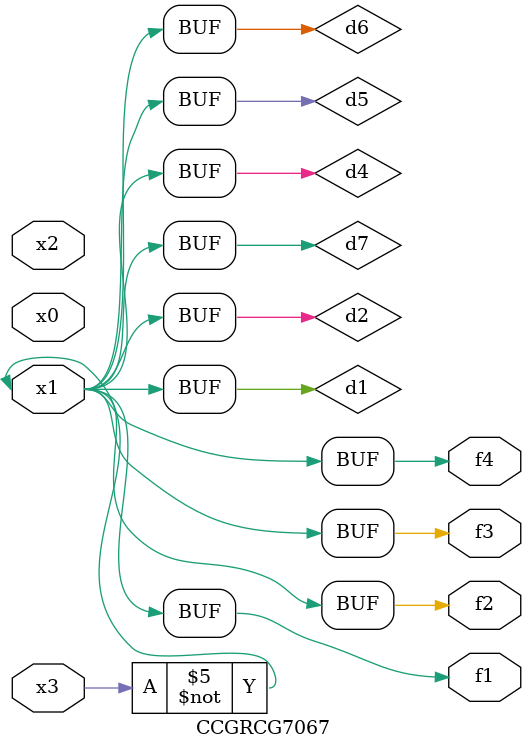
<source format=v>
module CCGRCG7067(
	input x0, x1, x2, x3,
	output f1, f2, f3, f4
);

	wire d1, d2, d3, d4, d5, d6, d7;

	not (d1, x3);
	buf (d2, x1);
	xnor (d3, d1, d2);
	nor (d4, d1);
	buf (d5, d1, d2);
	buf (d6, d4, d5);
	nand (d7, d4);
	assign f1 = d6;
	assign f2 = d7;
	assign f3 = d6;
	assign f4 = d6;
endmodule

</source>
